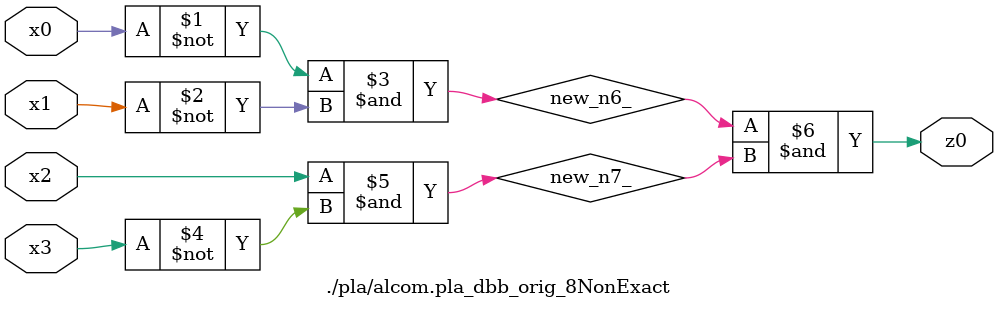
<source format=v>

module \./pla/alcom.pla_dbb_orig_8NonExact  ( 
    x0, x1, x2, x3,
    z0  );
  input  x0, x1, x2, x3;
  output z0;
  wire new_n6_, new_n7_;
  assign new_n6_ = ~x0 & ~x1;
  assign new_n7_ = x2 & ~x3;
  assign z0 = new_n6_ & new_n7_;
endmodule



</source>
